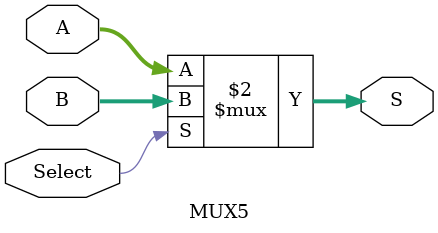
<source format=v>
module MUX5(
    A,B,Select,S
    );
    input [4:0] A,B;
    input Select;
    output [4:0] S;
    assign S = (Select==0) ? A:B;
endmodule

</source>
